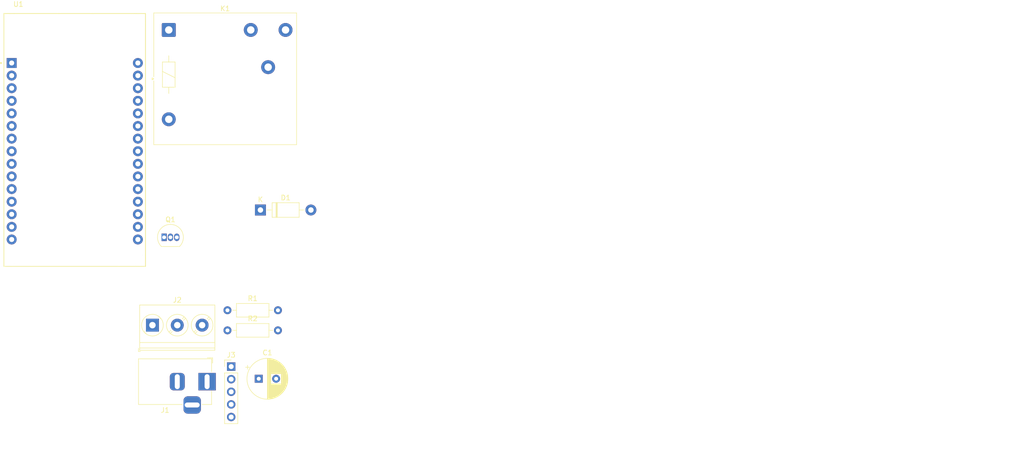
<source format=kicad_pcb>
(kicad_pcb (version 20240108) (generator "pcbnew") (generator_version "8.0")
  (layers (0 "F.Cu" signal) (31 "B.Cu" signal) (34 "B.Paste" user) (35 "F.Paste" user) (36 "B.SilkS" user "B.Silkscreen") (37 "F.SilkS" user "F.Silkscreen") (38 "B.Mask" user) (39 "F.Mask" user) (44 "Edge.Cuts" user))
  (net 0 "")
  (net 1 "+5V")
  (net 2 "Net-(D1-A)")
  (net 3 "RELAY_1_COM")
  (net 4 "RELAY_1_NC")
  (net 5 "RELAY_1_NO")
  (net 6 "Net-(Q1-B)")
  (net 7 "GND")
  (net 8 "/RTC_DAT")
  (net 9 "/RTC_CLK")
  (net 10 "/RELAY_1_IN")
  (footprint "Package_TO_SOT_THT:TO-92_Inline" (layer "F.Cu") (at 101.96 109.5)
    (property "Reference" "Q1" (at 1.27 -3.56 0) (layer "F.SilkS"))
    (property "Value" "BC547")
    (fp_line (start -0.53 1.85) (end 3.07 1.85) (stroke (width 0.12)) (layer "F.SilkS"))
    (fp_arc (start -0.568478 1.838478) (mid -1.132087 -0.994977) (end 1.27 -2.6) (stroke (width 0.12)) (layer "F.SilkS"))
    (fp_arc (start 1.27 -2.6) (mid 3.672087 -0.994977) (end 3.108478 1.838478) (stroke (width 0.12)) (layer "F.SilkS"))
    (pad "1" thru_hole rect (at 0 0) (size 1.05 1.5) (drill 0.75) (layers "*.Cu" "*.Mask") (net 2 "Net-(D1-A)"))
    (pad "2" thru_hole oval (at 1.27 0) (size 1.05 1.5) (drill 0.75) (layers "*.Cu" "*.Mask") (net 6 "Net-(Q1-B)"))
    (pad "3" thru_hole oval (at 2.54 0) (size 1.05 1.5) (drill 0.75) (layers "*.Cu" "*.Mask") (net 7 "GND"))
  )
  (footprint "Resistor_THT:R_Axial_DIN0207_L6.3mm_D2.5mm_P10.16mm_Horizontal" (layer "F.Cu") (at 114.705302 124.2)
    (property "Reference" "R1" (at 5.08 -2.37 0) (layer "F.SilkS"))
    (property "Value" "R")
    (fp_line (start 1.04 0) (end 1.81 0) (stroke (width 0.12)) (layer "F.SilkS"))
    (fp_line (start 1.81 -1.37) (end 1.81 1.37) (stroke (width 0.12)) (layer "F.SilkS"))
    (fp_line (start 1.81 1.37) (end 8.35 1.37) (stroke (width 0.12)) (layer "F.SilkS"))
    (fp_line (start 8.35 -1.37) (end 1.81 -1.37) (stroke (width 0.12)) (layer "F.SilkS"))
    (fp_line (start 8.35 1.37) (end 8.35 -1.37) (stroke (width 0.12)) (layer "F.SilkS"))
    (fp_line (start 9.12 0) (end 8.35 0) (stroke (width 0.12)) (layer "F.SilkS"))
    (pad "1" thru_hole circle (at 0 0) (size 1.6 1.6) (drill 0.8) (layers "*.Cu" "*.Mask") (net 6 "Net-(Q1-B)"))
    (pad "2" thru_hole oval (at 10.16 0) (size 1.6 1.6) (drill 0.8) (layers "*.Cu" "*.Mask") (net 7 "GND"))
  )
  (footprint "Connector_BarrelJack:BarrelJack_Horizontal" (layer "F.Cu") (at 110.605302 138.585)
    (property "Reference" "J1" (at -8.45 5.75 0) (layer "F.SilkS"))
    (property "Value" "Barrel_Jack_MountingPin")
    (fp_line (start -13.8 -4.6) (end 0.9 -4.6) (stroke (width 0.12)) (layer "F.SilkS"))
    (fp_line (start -13.8 4.6) (end -13.8 -4.6) (stroke (width 0.12)) (layer "F.SilkS"))
    (fp_line (start -5 4.6) (end -13.8 4.6) (stroke (width 0.12)) (layer "F.SilkS"))
    (fp_line (start 0.05 -4.8) (end 1.1 -4.8) (stroke (width 0.12)) (layer "F.SilkS"))
    (fp_line (start 0.9 -4.6) (end 0.9 -2) (stroke (width 0.12)) (layer "F.SilkS"))
    (fp_line (start 0.9 1.9) (end 0.9 4.6) (stroke (width 0.12)) (layer "F.SilkS"))
    (fp_line (start 0.9 4.6) (end -1 4.6) (stroke (width 0.12)) (layer "F.SilkS"))
    (fp_line (start 1.1 -3.75) (end 1.1 -4.8) (stroke (width 0.12)) (layer "F.SilkS"))
    (pad "1" thru_hole rect (at 0 0) (size 3.5 3.5) (drill oval 1 3) (layers "*.Cu" "*.Mask") (net 1 "+5V"))
    (pad "2" thru_hole roundrect (at -6 0) (size 3 3.5) (drill oval 1 3) (layers "*.Cu" "*.Mask") (net 7 "GND"))
    (pad "3" thru_hole roundrect (at -3 4.7) (size 3.5 3.5) (drill oval 3 1) (layers "*.Cu" "*.Mask"))
  )
  (footprint "Connector_PinHeader_2.54mm:PinHeader_1x05_P2.54mm_Vertical" (layer "F.Cu") (at 115.455302 135.55)
    (property "Reference" "J3" (at 0 -2.33 0) (layer "F.SilkS"))
    (property "Value" "Conn_01x04")
    (fp_line (start -1.33 -1.33) (end 0 -1.33) (stroke (width 0.12)) (layer "F.SilkS"))
    (fp_line (start -1.33 0) (end -1.33 -1.33) (stroke (width 0.12)) (layer "F.SilkS"))
    (fp_line (start -1.33 1.27) (end -1.33 11.49) (stroke (width 0.12)) (layer "F.SilkS"))
    (fp_line (start -1.33 1.27) (end 1.33 1.27) (stroke (width 0.12)) (layer "F.SilkS"))
    (fp_line (start -1.33 11.49) (end 1.33 11.49) (stroke (width 0.12)) (layer "F.SilkS"))
    (fp_line (start 1.33 1.27) (end 1.33 11.49) (stroke (width 0.12)) (layer "F.SilkS"))
    (pad "1" thru_hole rect (at 0 0) (size 1.7 1.7) (drill 1) (layers "*.Cu" "*.Mask") (net 1 "+5V"))
    (pad "2" thru_hole oval (at 0 2.54) (size 1.7 1.7) (drill 1) (layers "*.Cu" "*.Mask") (net 7 "GND"))
    (pad "3" thru_hole oval (at 0 5.08) (size 1.7 1.7) (drill 1) (layers "*.Cu" "*.Mask") (net 9 "/RTC_CLK"))
    (pad "4" thru_hole oval (at 0 7.62) (size 1.7 1.7) (drill 1) (layers "*.Cu" "*.Mask") (net 8 "/RTC_DAT"))
    (pad "5" thru_hole oval (at 0 10.16) (size 1.7 1.7) (drill 1) (layers "*.Cu" "*.Mask"))
  )
  (footprint "Resistor_THT:R_Axial_DIN0207_L6.3mm_D2.5mm_P10.16mm_Horizontal" (layer "F.Cu") (at 114.705302 128.25)
    (property "Reference" "R2" (at 5.08 -2.37 0) (layer "F.SilkS"))
    (property "Value" "R")
    (fp_line (start 1.04 0) (end 1.81 0) (stroke (width 0.12)) (layer "F.SilkS"))
    (fp_line (start 1.81 -1.37) (end 1.81 1.37) (stroke (width 0.12)) (layer "F.SilkS"))
    (fp_line (start 1.81 1.37) (end 8.35 1.37) (stroke (width 0.12)) (layer "F.SilkS"))
    (fp_line (start 8.35 -1.37) (end 1.81 -1.37) (stroke (width 0.12)) (layer "F.SilkS"))
    (fp_line (start 8.35 1.37) (end 8.35 -1.37) (stroke (width 0.12)) (layer "F.SilkS"))
    (fp_line (start 9.12 0) (end 8.35 0) (stroke (width 0.12)) (layer "F.SilkS"))
    (pad "1" thru_hole circle (at 0 0) (size 1.6 1.6) (drill 0.8) (layers "*.Cu" "*.Mask") (net 10 "/RELAY_1_IN"))
    (pad "2" thru_hole oval (at 10.16 0) (size 1.6 1.6) (drill 0.8) (layers "*.Cu" "*.Mask") (net 6 "Net-(Q1-B)"))
  )
  (footprint "Diode_THT:D_DO-41_SOD81_P10.16mm_Horizontal" (layer "F.Cu") (at 121.34 104)
    (property "Reference" "D1" (at 5.08 -2.47 0) (layer "F.SilkS"))
    (property "Value" "1N4007")
    (fp_line (start 1.34 0) (end 2.36 0) (stroke (width 0.12)) (layer "F.SilkS"))
    (fp_line (start 2.36 -1.47) (end 2.36 1.47) (stroke (width 0.12)) (layer "F.SilkS"))
    (fp_line (start 2.36 1.47) (end 7.8 1.47) (stroke (width 0.12)) (layer "F.SilkS"))
    (fp_line (start 3.14 -1.47) (end 3.14 1.47) (stroke (width 0.12)) (layer "F.SilkS"))
    (fp_line (start 3.26 -1.47) (end 3.26 1.47) (stroke (width 0.12)) (layer "F.SilkS"))
    (fp_line (start 3.38 -1.47) (end 3.38 1.47) (stroke (width 0.12)) (layer "F.SilkS"))
    (fp_line (start 7.8 -1.47) (end 2.36 -1.47) (stroke (width 0.12)) (layer "F.SilkS"))
    (fp_line (start 7.8 1.47) (end 7.8 -1.47) (stroke (width 0.12)) (layer "F.SilkS"))
    (fp_line (start 8.82 0) (end 7.8 0) (stroke (width 0.12)) (layer "F.SilkS"))
    (fp_text user "K" (at 0 -2.1 0) (layer "F.SilkS"))
    (pad "1" thru_hole rect (at 0 0) (size 2.2 2.2) (drill 1.1) (layers "*.Cu" "*.Mask") (net 1 "+5V"))
    (pad "2" thru_hole oval (at 10.16 0) (size 2.2 2.2) (drill 1.1) (layers "*.Cu" "*.Mask") (net 2 "Net-(D1-A)"))
  )
  (footprint "Capacitor_THT:CP_Radial_D8.0mm_P3.50mm" (layer "F.Cu") (at 121 138)
    (property "Reference" "C1" (at 1.75 -5.25 0) (layer "F.SilkS"))
    (property "Value" "C_Polarized_US")
    (fp_line (start -2.659698 -2.315) (end -1.859698 -2.315) (stroke (width 0.12)) (layer "F.SilkS"))
    (fp_line (start -2.259698 -2.715) (end -2.259698 -1.915) (stroke (width 0.12)) (layer "F.SilkS"))
    (fp_line (start 1.75 -4.08) (end 1.75 4.08) (stroke (width 0.12)) (layer "F.SilkS"))
    (fp_line (start 1.79 -4.08) (end 1.79 4.08) (stroke (width 0.12)) (layer "F.SilkS"))
    (fp_line (start 1.83 -4.08) (end 1.83 4.08) (stroke (width 0.12)) (layer "F.SilkS"))
    (fp_line (start 1.87 -4.079) (end 1.87 4.079) (stroke (width 0.12)) (layer "F.SilkS"))
    (fp_line (start 1.91 -4.077) (end 1.91 4.077) (stroke (width 0.12)) (layer "F.SilkS"))
    (fp_line (start 1.95 -4.076) (end 1.95 4.076) (stroke (width 0.12)) (layer "F.SilkS"))
    (fp_line (start 1.99 -4.074) (end 1.99 4.074) (stroke (width 0.12)) (layer "F.SilkS"))
    (fp_line (start 2.03 -4.071) (end 2.03 4.071) (stroke (width 0.12)) (layer "F.SilkS"))
    (fp_line (start 2.07 -4.068) (end 2.07 4.068) (stroke (width 0.12)) (layer "F.SilkS"))
    (fp_line (start 2.11 -4.065) (end 2.11 4.065) (stroke (width 0.12)) (layer "F.SilkS"))
    (fp_line (start 2.15 -4.061) (end 2.15 4.061) (stroke (width 0.12)) (layer "F.SilkS"))
    (fp_line (start 2.19 -4.057) (end 2.19 4.057) (stroke (width 0.12)) (layer "F.SilkS"))
    (fp_line (start 2.23 -4.052) (end 2.23 4.052) (stroke (width 0.12)) (layer "F.SilkS"))
    (fp_line (start 2.27 -4.048) (end 2.27 4.048) (stroke (width 0.12)) (layer "F.SilkS"))
    (fp_line (start 2.31 -4.042) (end 2.31 4.042) (stroke (width 0.12)) (layer "F.SilkS"))
    (fp_line (start 2.35 -4.037) (end 2.35 4.037) (stroke (width 0.12)) (layer "F.SilkS"))
    (fp_line (start 2.39 -4.03) (end 2.39 4.03) (stroke (width 0.12)) (layer "F.SilkS"))
    (fp_line (start 2.43 -4.024) (end 2.43 4.024) (stroke (width 0.12)) (layer "F.SilkS"))
    (fp_line (start 2.471 -4.017) (end 2.471 -1.04) (stroke (width 0.12)) (layer "F.SilkS"))
    (fp_line (start 2.471 1.04) (end 2.471 4.017) (stroke (width 0.12)) (layer "F.SilkS"))
    (fp_line (start 2.511 -4.01) (end 2.511 -1.04) (stroke (width 0.12)) (layer "F.SilkS"))
    (fp_line (start 2.511 1.04) (end 2.511 4.01) (stroke (width 0.12)) (layer "F.SilkS"))
    (fp_line (start 2.551 -4.002) (end 2.551 -1.04) (stroke (width 0.12)) (layer "F.SilkS"))
    (fp_line (start 2.551 1.04) (end 2.551 4.002) (stroke (width 0.12)) (layer "F.SilkS"))
    (fp_line (start 2.591 -3.994) (end 2.591 -1.04) (stroke (width 0.12)) (layer "F.SilkS"))
    (fp_line (start 2.591 1.04) (end 2.591 3.994) (stroke (width 0.12)) (layer "F.SilkS"))
    (fp_line (start 2.631 -3.985) (end 2.631 -1.04) (stroke (width 0.12)) (layer "F.SilkS"))
    (fp_line (start 2.631 1.04) (end 2.631 3.985) (stroke (width 0.12)) (layer "F.SilkS"))
    (fp_line (start 2.671 -3.976) (end 2.671 -1.04) (stroke (width 0.12)) (layer "F.SilkS"))
    (fp_line (start 2.671 1.04) (end 2.671 3.976) (stroke (width 0.12)) (layer "F.SilkS"))
    (fp_line (start 2.711 -3.967) (end 2.711 -1.04) (stroke (width 0.12)) (layer "F.SilkS"))
    (fp_line (start 2.711 1.04) (end 2.711 3.967) (stroke (width 0.12)) (layer "F.SilkS"))
    (fp_line (start 2.751 -3.957) (end 2.751 -1.04) (stroke (width 0.12)) (layer "F.SilkS"))
    (fp_line (start 2.751 1.04) (end 2.751 3.957) (stroke (width 0.12)) (layer "F.SilkS"))
    (fp_line (start 2.791 -3.947) (end 2.791 -1.04) (stroke (width 0.12)) (layer "F.SilkS"))
    (fp_line (start 2.791 1.04) (end 2.791 3.947) (stroke (width 0.12)) (layer "F.SilkS"))
    (fp_line (start 2.831 -3.936) (end 2.831 -1.04) (stroke (width 0.12)) (layer "F.SilkS"))
    (fp_line (start 2.831 1.04) (end 2.831 3.936) (stroke (width 0.12)) (layer "F.SilkS"))
    (fp_line (start 2.871 -3.925) (end 2.871 -1.04) (stroke (width 0.12)) (layer "F.SilkS"))
    (fp_line (start 2.871 1.04) (end 2.871 3.925) (stroke (width 0.12)) (layer "F.SilkS"))
    (fp_line (start 2.911 -3.914) (end 2.911 -1.04) (stroke (width 0.12)) (layer "F.SilkS"))
    (fp_line (start 2.911 1.04) (end 2.911 3.914) (stroke (width 0.12)) (layer "F.SilkS"))
    (fp_line (start 2.951 -3.902) (end 2.951 -1.04) (stroke (width 0.12)) (layer "F.SilkS"))
    (fp_line (start 2.951 1.04) (end 2.951 3.902) (stroke (width 0.12)) (layer "F.SilkS"))
    (fp_line (start 2.991 -3.889) (end 2.991 -1.04) (stroke (width 0.12)) (layer "F.SilkS"))
    (fp_line (start 2.991 1.04) (end 2.991 3.889) (stroke (width 0.12)) (layer "F.SilkS"))
    (fp_line (start 3.031 -3.877) (end 3.031 -1.04) (stroke (width 0.12)) (layer "F.SilkS"))
    (fp_line (start 3.031 1.04) (end 3.031 3.877) (stroke (width 0.12)) (layer "F.SilkS"))
    (fp_line (start 3.071 -3.863) (end 3.071 -1.04) (stroke (width 0.12)) (layer "F.SilkS"))
    (fp_line (start 3.071 1.04) (end 3.071 3.863) (stroke (width 0.12)) (layer "F.SilkS"))
    (fp_line (start 3.111 -3.85) (end 3.111 -1.04) (stroke (width 0.12)) (layer "F.SilkS"))
    (fp_line (start 3.111 1.04) (end 3.111 3.85) (stroke (width 0.12)) (layer "F.SilkS"))
    (fp_line (start 3.151 -3.835) (end 3.151 -1.04) (stroke (width 0.12)) (layer "F.SilkS"))
    (fp_line (start 3.151 1.04) (end 3.151 3.835) (stroke (width 0.12)) (layer "F.SilkS"))
    (fp_line (start 3.191 -3.821) (end 3.191 -1.04) (stroke (width 0.12)) (layer "F.SilkS"))
    (fp_line (start 3.191 1.04) (end 3.191 3.821) (stroke (width 0.12)) (layer "F.SilkS"))
    (fp_line (start 3.231 -3.805) (end 3.231 -1.04) (stroke (width 0.12)) (layer "F.SilkS"))
    (fp_line (start 3.231 1.04) (end 3.231 3.805) (stroke (width 0.12)) (layer "F.SilkS"))
    (fp_line (start 3.271 -3.79) (end 3.271 -1.04) (stroke (width 0.12)) (layer "F.SilkS"))
    (fp_line (start 3.271 1.04) (end 3.271 3.79) (stroke (width 0.12)) (layer "F.SilkS"))
    (fp_line (start 3.311 -3.774) (end 3.311 -1.04) (stroke (width 0.12)) (layer "F.SilkS"))
    (fp_line (start 3.311 1.04) (end 3.311 3.774) (stroke (width 0.12)) (layer "F.SilkS"))
    (fp_line (start 3.351 -3.757) (end 3.351 -1.04) (stroke (width 0.12)) (layer "F.SilkS"))
    (fp_line (start 3.351 1.04) (end 3.351 3.757) (stroke (width 0.12)) (layer "F.SilkS"))
    (fp_line (start 3.391 -3.74) (end 3.391 -1.04) (stroke (width 0.12)) (layer "F.SilkS"))
    (fp_line (start 3.391 1.04) (end 3.391 3.74) (stroke (width 0.12)) (layer "F.SilkS"))
    (fp_line (start 3.431 -3.722) (end 3.431 -1.04) (stroke (width 0.12)) (layer "F.SilkS"))
    (fp_line (start 3.431 1.04) (end 3.431 3.722) (stroke (width 0.12)) (layer "F.SilkS"))
    (fp_line (start 3.471 -3.704) (end 3.471 -1.04) (stroke (width 0.12)) (layer "F.SilkS"))
    (fp_line (start 3.471 1.04) (end 3.471 3.704) (stroke (width 0.12)) (layer "F.SilkS"))
    (fp_line (start 3.511 -3.686) (end 3.511 -1.04) (stroke (width 0.12)) (layer "F.SilkS"))
    (fp_line (start 3.511 1.04) (end 3.511 3.686) (stroke (width 0.12)) (layer "F.SilkS"))
    (fp_line (start 3.551 -3.666) (end 3.551 -1.04) (stroke (width 0.12)) (layer "F.SilkS"))
    (fp_line (start 3.551 1.04) (end 3.551 3.666) (stroke (width 0.12)) (layer "F.SilkS"))
    (fp_line (start 3.591 -3.647) (end 3.591 -1.04) (stroke (width 0.12)) (layer "F.SilkS"))
    (fp_line (start 3.591 1.04) (end 3.591 3.647) (stroke (width 0.12)) (layer "F.SilkS"))
    (fp_line (start 3.631 -3.627) (end 3.631 -1.04) (stroke (width 0.12)) (layer "F.SilkS"))
    (fp_line (start 3.631 1.04) (end 3.631 3.627) (stroke (width 0.12)) (layer "F.SilkS"))
    (fp_line (start 3.671 -3.606) (end 3.671 -1.04) (stroke (width 0.12)) (layer "F.SilkS"))
    (fp_line (start 3.671 1.04) (end 3.671 3.606) (stroke (width 0.12)) (layer "F.SilkS"))
    (fp_line (start 3.711 -3.584) (end 3.711 -1.04) (stroke (width 0.12)) (layer "F.SilkS"))
    (fp_line (start 3.711 1.04) (end 3.711 3.584) (stroke (width 0.12)) (layer "F.SilkS"))
    (fp_line (start 3.751 -3.562) (end 3.751 -1.04) (stroke (width 0.12)) (layer "F.SilkS"))
    (fp_line (start 3.751 1.04) (end 3.751 3.562) (stroke (width 0.12)) (layer "F.SilkS"))
    (fp_line (start 3.791 -3.54) (end 3.791 -1.04) (stroke (width 0.12)) (layer "F.SilkS"))
    (fp_line (start 3.791 1.04) (end 3.791 3.54) (stroke (width 0.12)) (layer "F.SilkS"))
    (fp_line (start 3.831 -3.517) (end 3.831 -1.04) (stroke (width 0.12)) (layer "F.SilkS"))
    (fp_line (start 3.831 1.04) (end 3.831 3.517) (stroke (width 0.12)) (layer "F.SilkS"))
    (fp_line (start 3.871 -3.493) (end 3.871 -1.04) (stroke (width 0.12)) (layer "F.SilkS"))
    (fp_line (start 3.871 1.04) (end 3.871 3.493) (stroke (width 0.12)) (layer "F.SilkS"))
    (fp_line (start 3.911 -3.469) (end 3.911 -1.04) (stroke (width 0.12)) (layer "F.SilkS"))
    (fp_line (start 3.911 1.04) (end 3.911 3.469) (stroke (width 0.12)) (layer "F.SilkS"))
    (fp_line (start 3.951 -3.444) (end 3.951 -1.04) (stroke (width 0.12)) (layer "F.SilkS"))
    (fp_line (start 3.951 1.04) (end 3.951 3.444) (stroke (width 0.12)) (layer "F.SilkS"))
    (fp_line (start 3.991 -3.418) (end 3.991 -1.04) (stroke (width 0.12)) (layer "F.SilkS"))
    (fp_line (start 3.991 1.04) (end 3.991 3.418) (stroke (width 0.12)) (layer "F.SilkS"))
    (fp_line (start 4.031 -3.392) (end 4.031 -1.04) (stroke (width 0.12)) (layer "F.SilkS"))
    (fp_line (start 4.031 1.04) (end 4.031 3.392) (stroke (width 0.12)) (layer "F.SilkS"))
    (fp_line (start 4.071 -3.365) (end 4.071 -1.04) (stroke (width 0.12)) (layer "F.SilkS"))
    (fp_line (start 4.071 1.04) (end 4.071 3.365) (stroke (width 0.12)) (layer "F.SilkS"))
    (fp_line (start 4.111 -3.338) (end 4.111 -1.04) (stroke (width 0.12)) (layer "F.SilkS"))
    (fp_line (start 4.111 1.04) (end 4.111 3.338) (stroke (width 0.12)) (layer "F.SilkS"))
    (fp_line (start 4.151 -3.309) (end 4.151 -1.04) (stroke (width 0.12)) (layer "F.SilkS"))
    (fp_line (start 4.151 1.04) (end 4.151 3.309) (stroke (width 0.12)) (layer "F.SilkS"))
    (fp_line (start 4.191 -3.28) (end 4.191 -1.04) (stroke (width 0.12)) (layer "F.SilkS"))
    (fp_line (start 4.191 1.04) (end 4.191 3.28) (stroke (width 0.12)) (layer "F.SilkS"))
    (fp_line (start 4.231 -3.25) (end 4.231 -1.04) (stroke (width 0.12)) (layer "F.SilkS"))
    (fp_line (start 4.231 1.04) (end 4.231 3.25) (stroke (width 0.12)) (layer "F.SilkS"))
    (fp_line (start 4.271 -3.22) (end 4.271 -1.04) (stroke (width 0.12)) (layer "F.SilkS"))
    (fp_line (start 4.271 1.04) (end 4.271 3.22) (stroke (width 0.12)) (layer "F.SilkS"))
    (fp_line (start 4.311 -3.189) (end 4.311 -1.04) (stroke (width 0.12)) (layer "F.SilkS"))
    (fp_line (start 4.311 1.04) (end 4.311 3.189) (stroke (width 0.12)) (layer "F.SilkS"))
    (fp_line (start 4.351 -3.156) (end 4.351 -1.04) (stroke (width 0.12)) (layer "F.SilkS"))
    (fp_line (start 4.351 1.04) (end 4.351 3.156) (stroke (width 0.12)) (layer "F.SilkS"))
    (fp_line (start 4.391 -3.124) (end 4.391 -1.04) (stroke (width 0.12)) (layer "F.SilkS"))
    (fp_line (start 4.391 1.04) (end 4.391 3.124) (stroke (width 0.12)) (layer "F.SilkS"))
    (fp_line (start 4.431 -3.09) (end 4.431 -1.04) (stroke (width 0.12)) (layer "F.SilkS"))
    (fp_line (start 4.431 1.04) (end 4.431 3.09) (stroke (width 0.12)) (layer "F.SilkS"))
    (fp_line (start 4.471 -3.055) (end 4.471 -1.04) (stroke (width 0.12)) (layer "F.SilkS"))
    (fp_line (start 4.471 1.04) (end 4.471 3.055) (stroke (width 0.12)) (layer "F.SilkS"))
    (fp_line (start 4.511 -3.019) (end 4.511 -1.04) (stroke (width 0.12)) (layer "F.SilkS"))
    (fp_line (start 4.511 1.04) (end 4.511 3.019) (stroke (width 0.12)) (layer "F.SilkS"))
    (fp_line (start 4.551 -2.983) (end 4.551 2.983) (stroke (width 0.12)) (layer "F.SilkS"))
    (fp_line (start 4.591 -2.945) (end 4.591 2.945) (stroke (width 0.12)) (layer "F.SilkS"))
    (fp_line (start 4.631 -2.907) (end 4.631 2.907) (stroke (width 0.12)) (layer "F.SilkS"))
    (fp_line (start 4.671 -2.867) (end 4.671 2.867) (stroke (width 0.12)) (layer "F.SilkS"))
    (fp_line (start 4.711 -2.826) (end 4.711 2.826) (stroke (width 0.12)) (layer "F.SilkS"))
    (fp_line (start 4.751 -2.784) (end 4.751 2.784) (stroke (width 0.12)) (layer "F.SilkS"))
    (fp_line (start 4.791 -2.741) (end 4.791 2.741) (stroke (width 0.12)) (layer "F.SilkS"))
    (fp_line (start 4.831 -2.697) (end 4.831 2.697) (stroke (width 0.12)) (layer "F.SilkS"))
    (fp_line (start 4.871 -2.651) (end 4.871 2.651) (stroke (width 0.12)) (layer "F.SilkS"))
    (fp_line (start 4.911 -2.604) (end 4.911 2.604) (stroke (width 0.12)) (layer "F.SilkS"))
    (fp_line (start 4.951 -2.556) (end 4.951 2.556) (stroke (width 0.12)) (layer "F.SilkS"))
    (fp_line (start 4.991 -2.505) (end 4.991 2.505) (stroke (width 0.12)) (layer "F.SilkS"))
    (fp_line (start 5.031 -2.454) (end 5.031 2.454) (stroke (width 0.12)) (layer "F.SilkS"))
    (fp_line (start 5.071 -2.4) (end 5.071 2.4) (stroke (width 0.12)) (layer "F.SilkS"))
    (fp_line (start 5.111 -2.345) (end 5.111 2.345) (stroke (width 0.12)) (layer "F.SilkS"))
    (fp_line (start 5.151 -2.287) (end 5.151 2.287) (stroke (width 0.12)) (layer "F.SilkS"))
    (fp_line (start 5.191 -2.228) (end 5.191 2.228) (stroke (width 0.12)) (layer "F.SilkS"))
    (fp_line (start 5.231 -2.166) (end 5.231 2.166) (stroke (width 0.12)) (layer "F.SilkS"))
    (fp_line (start 5.271 -2.102) (end 5.271 2.102) (stroke (width 0.12)) (layer "F.SilkS"))
    (fp_line (start 5.311 -2.034) (end 5.311 2.034) (stroke (width 0.12)) (layer "F.SilkS"))
    (fp_line (start 5.351 -1.964) (end 5.351 1.964) (stroke (width 0.12)) (layer "F.SilkS"))
    (fp_line (start 5.391 -1.89) (end 5.391 1.89) (stroke (width 0.12)) (layer "F.SilkS"))
    (fp_line (start 5.431 -1.813) (end 5.431 1.813) (stroke (width 0.12)) (layer "F.SilkS"))
    (fp_line (start 5.471 -1.731) (end 5.471 1.731) (stroke (width 0.12)) (layer "F.SilkS"))
    (fp_line (start 5.511 -1.645) (end 5.511 1.645) (stroke (width 0.12)) (layer "F.SilkS"))
    (fp_line (start 5.551 -1.552) (end 5.551 1.552) (stroke (width 0.12)) (layer "F.SilkS"))
    (fp_line (start 5.591 -1.453) (end 5.591 1.453) (stroke (width 0.12)) (layer "F.SilkS"))
    (fp_line (start 5.631 -1.346) (end 5.631 1.346) (stroke (width 0.12)) (layer "F.SilkS"))
    (fp_line (start 5.671 -1.229) (end 5.671 1.229) (stroke (width 0.12)) (layer "F.SilkS"))
    (fp_line (start 5.711 -1.098) (end 5.711 1.098) (stroke (width 0.12)) (layer "F.SilkS"))
    (fp_line (start 5.751 -0.948) (end 5.751 0.948) (stroke (width 0.12)) (layer "F.SilkS"))
    (fp_line (start 5.791 -0.768) (end 5.791 0.768) (stroke (width 0.12)) (layer "F.SilkS"))
    (fp_line (start 5.831 -0.533) (end 5.831 0.533) (stroke (width 0.12)) (layer "F.SilkS"))
    (fp_circle (center 1.75 0) (end 5.87 0) (stroke (width 0.12)) (fill none) (layer "F.SilkS"))
    (pad "1" thru_hole rect (at 0 0) (size 1.6 1.6) (drill 0.8) (layers "*.Cu" "*.Mask") (net 1 "+5V"))
    (pad "2" thru_hole circle (at 3.5 0) (size 1.6 1.6) (drill 0.8) (layers "*.Cu" "*.Mask") (net 7 "GND"))
  )
  (footprint "customLibraries:ESP32_DEVKIT_V1" (layer "F.Cu") (at 83.975 89.895)
    (property "Reference" "U1" (at -11.355 -27.36 0) (layer "F.SilkS"))
    (property "Value" "ESP32_DEVKIT_V1")
    (fp_line (start -14.28 -25.475) (end -3.211 -25.475) (stroke (width 0.127)) (layer "F.SilkS"))
    (fp_line (start -14.28 -25.475) (end 14.23 -25.475) (stroke (width 0.127)) (layer "F.SilkS"))
    (fp_line (start -14.28 25.475) (end -14.28 -25.475) (stroke (width 0.127)) (layer "F.SilkS"))
    (fp_line (start -14.28 25.475) (end -14.28 -25.475) (stroke (width 0.127)) (layer "F.SilkS"))
    (fp_line (start -14.28 25.475) (end -8.91 25.475) (stroke (width 0.127)) (layer "F.SilkS"))
    (fp_line (start -8.91 25.475) (end 8.78 25.475) (stroke (width 0.127)) (layer "F.SilkS"))
    (fp_line (start -3.211 -25.475) (end 3.5 -25.475) (stroke (width 0.127)) (layer "F.SilkS"))
    (fp_line (start 3.5 -25.475) (end 14.23 -25.475) (stroke (width 0.127)) (layer "F.SilkS"))
    (fp_line (start 8.78 25.475) (end 14.23 25.475) (stroke (width 0.127)) (layer "F.SilkS"))
    (fp_line (start 14.23 -25.475) (end 14.23 25.475) (stroke (width 0.127)) (layer "F.SilkS"))
    (fp_line (start 14.23 -25.475) (end 14.23 25.475) (stroke (width 0.127)) (layer "F.SilkS"))
    (fp_line (start 14.23 25.475) (end -14.28 25.475) (stroke (width 0.127)) (layer "F.SilkS"))
    (fp_circle (center -14.85 -15.515) (end -14.75 -15.515) (stroke (width 0.2)) (fill none) (layer "F.SilkS"))
    (pad "" np_thru_hole circle (at -12.28 -23.475) (size 3 3) (drill 3) (layers "*.Cu" "*.Mask"))
    (pad "" np_thru_hole circle (at -12.28 23.475) (size 3 3) (drill 3) (layers "*.Cu" "*.Mask"))
    (pad "" np_thru_hole circle (at 12.23 -23.475) (size 3 3) (drill 3) (layers "*.Cu" "*.Mask"))
    (pad "" np_thru_hole circle (at 12.23 23.475) (size 3 3) (drill 3) (layers "*.Cu" "*.Mask"))
    (pad "1" thru_hole rect (at -12.7 -15.515) (size 2 2) (drill 1.02) (layers "*.Cu" "*.Mask"))
    (pad "2" thru_hole circle (at -12.7 -12.975) (size 2 2) (drill 1.02) (layers "*.Cu" "*.Mask") (net 7 "GND"))
    (pad "3" thru_hole circle (at -12.7 -10.435) (size 2 2) (drill 1.02) (layers "*.Cu" "*.Mask"))
    (pad "4" thru_hole circle (at -12.7 -7.895) (size 2 2) (drill 1.02) (layers "*.Cu" "*.Mask"))
    (pad "5" thru_hole circle (at -12.7 -5.355) (size 2 2) (drill 1.02) (layers "*.Cu" "*.Mask"))
    (pad "6" thru_hole circle (at -12.7 -2.815) (size 2 2) (drill 1.02) (layers "*.Cu" "*.Mask"))
    (pad "7" thru_hole circle (at -12.7 -0.275) (size 2 2) (drill 1.02) (layers "*.Cu" "*.Mask"))
    (pad "8" thru_hole circle (at -12.7 2.265) (size 2 2) (drill 1.02) (layers "*.Cu" "*.Mask"))
    (pad "9" thru_hole circle (at -12.7 4.805) (size 2 2) (drill 1.02) (layers "*.Cu" "*.Mask"))
    (pad "10" thru_hole circle (at -12.7 7.345) (size 2 2) (drill 1.02) (layers "*.Cu" "*.Mask"))
    (pad "11" thru_hole circle (at -12.7 9.885) (size 2 2) (drill 1.02) (layers "*.Cu" "*.Mask") (net 8 "/RTC_DAT"))
    (pad "12" thru_hole circle (at -12.7 12.425) (size 2 2) (drill 1.02) (layers "*.Cu" "*.Mask"))
    (pad "13" thru_hole circle (at -12.7 14.965) (size 2 2) (drill 1.02) (layers "*.Cu" "*.Mask"))
    (pad "14" thru_hole circle (at -12.7 17.505) (size 2 2) (drill 1.02) (layers "*.Cu" "*.Mask") (net 9 "/RTC_CLK"))
    (pad "15" thru_hole circle (at -12.7 20.045) (size 2 2) (drill 1.02) (layers "*.Cu" "*.Mask") (net 10 "/RELAY_1_IN"))
    (pad "16" thru_hole circle (at 12.7 20.045) (size 2 2) (drill 1.02) (layers "*.Cu" "*.Mask"))
    (pad "17" thru_hole circle (at 12.7 17.505) (size 2 2) (drill 1.02) (layers "*.Cu" "*.Mask"))
    (pad "18" thru_hole circle (at 12.7 14.965) (size 2 2) (drill 1.02) (layers "*.Cu" "*.Mask"))
    (pad "19" thru_hole circle (at 12.7 12.425) (size 2 2) (drill 1.02) (layers "*.Cu" "*.Mask"))
    (pad "20" thru_hole circle (at 12.7 9.885) (size 2 2) (drill 1.02) (layers "*.Cu" "*.Mask"))
    (pad "21" thru_hole circle (at 12.7 7.345) (size 2 2) (drill 1.02) (layers "*.Cu" "*.Mask"))
    (pad "22" thru_hole circle (at 12.7 4.805) (size 2 2) (drill 1.02) (layers "*.Cu" "*.Mask"))
    (pad "23" thru_hole circle (at 12.7 2.265) (size 2 2) (drill 1.02) (layers "*.Cu" "*.Mask"))
    (pad "24" thru_hole circle (at 12.7 -0.275) (size 2 2) (drill 1.02) (layers "*.Cu" "*.Mask"))
    (pad "25" thru_hole circle (at 12.7 -2.815) (size 2 2) (drill 1.02) (layers "*.Cu" "*.Mask"))
    (pad "26" thru_hole circle (at 12.7 -5.355) (size 2 2) (drill 1.02) (layers "*.Cu" "*.Mask"))
    (pad "27" thru_hole circle (at 12.7 -7.895) (size 2 2) (drill 1.02) (layers "*.Cu" "*.Mask"))
    (pad "28" thru_hole circle (at 12.7 -10.435) (size 2 2) (drill 1.02) (layers "*.Cu" "*.Mask"))
    (pad "29" thru_hole circle (at 12.7 -12.975) (size 2 2) (drill 1.02) (layers "*.Cu" "*.Mask") (net 7 "GND"))
    (pad "30" thru_hole circle (at 12.7 -15.515) (size 2 2) (drill 1.02) (layers "*.Cu" "*.Mask") (net 1 "+5V"))
  )
  (footprint "Relay_THT:Relay_SPDT_Finder_40.11" (layer "F.Cu") (at 102.894411 67.72)
    (property "Reference" "K1" (at 11.35 -4.3 0) (layer "F.SilkS"))
    (property "Value" "FINDER-40.11")
    (fp_line (start -3.02 -3.42) (end 25.72 -3.42) (stroke (width 0.12)) (layer "F.SilkS"))
    (fp_line (start -3.02 9.45) (end -3.02 -3.42) (stroke (width 0.12)) (layer "F.SilkS"))
    (fp_line (start -3.02 10.25) (end -3.02 23.12) (stroke (width 0.12)) (layer "F.SilkS"))
    (fp_line (start -1.27 6.46) (end 0 6.46) (stroke (width 0.12)) (layer "F.SilkS"))
    (fp_line (start -1.27 8.365) (end 1.27 9.635) (stroke (width 0.12)) (layer "F.SilkS"))
    (fp_line (start -1.27 11.54) (end -1.27 6.46) (stroke (width 0.12)) (layer "F.SilkS"))
    (fp_line (start 0 5.19) (end 0 6.46) (stroke (width 0.12)) (layer "F.SilkS"))
    (fp_line (start 0 6.46) (end 1.27 6.46) (stroke (width 0.12)) (layer "F.SilkS"))
    (fp_line (start 0 11.54) (end 0 12.81) (stroke (width 0.12)) (layer "F.SilkS"))
    (fp_line (start 1.27 6.46) (end 1.27 11.54) (stroke (width 0.12)) (layer "F.SilkS"))
    (fp_line (start 1.27 11.54) (end -1.27 11.54) (stroke (width 0.12)) (layer "F.SilkS"))
    (fp_line (start 25.72 -3.42) (end 25.72 23.12) (stroke (width 0.12)) (layer "F.SilkS"))
    (fp_line (start 25.72 23.12) (end -3.02 23.12) (stroke (width 0.12)) (layer "F.SilkS"))
    (fp_poly (pts (xy -3.02 9.85) (xy -3.359411 10.05) (xy -3.359411 9.65) (xy -3.02 9.85)) (stroke (width 0.12)) (fill solid) (layer "F.SilkS"))
    (pad "11" thru_hole circle (at 20 7.5) (size 2.8 2.8) (drill 1.5) (layers "*.Cu" "*.Mask") (net 3 "RELAY_1_COM"))
    (pad "12" thru_hole circle (at 16.5 0) (size 2.8 2.8) (drill 1.5) (layers "*.Cu" "*.Mask") (net 5 "RELAY_1_NO"))
    (pad "14" thru_hole circle (at 23.5 0) (size 2.8 2.8) (drill 1.5) (layers "*.Cu" "*.Mask") (net 4 "RELAY_1_NC"))
    (pad "A1" thru_hole roundrect (at 0 0) (size 2.8 2.8) (drill 1.5) (layers "*.Cu" "*.Mask") (roundrect_rratio 0.08928571429) (net 1 "+5V"))
    (pad "A2" thru_hole circle (at 0 18) (size 2.8 2.8) (drill 1.5) (layers "*.Cu" "*.Mask") (net 2 "Net-(D1-A)"))
  )
  (footprint "TerminalBlock_Phoenix:TerminalBlock_Phoenix_PT-1,5-3-5.0-H_1x03_P5.00mm_Horizontal" (layer "F.Cu") (at 99.605302 127.2)
    (property "Reference" "J2" (at 5 -5.06 0) (layer "F.SilkS"))
    (property "Value" "Screw_Terminal_01x03")
    (fp_line (start -2.8 4.66) (end -2.8 5.3) (stroke (width 0.12)) (layer "F.SilkS"))
    (fp_line (start -2.8 5.3) (end -2.4 5.3) (stroke (width 0.12)) (layer "F.SilkS"))
    (fp_line (start -2.56 -4.06) (end -2.56 5.06) (stroke (width 0.12)) (layer "F.SilkS"))
    (fp_line (start -2.56 -4.06) (end 12.56 -4.06) (stroke (width 0.12)) (layer "F.SilkS"))
    (fp_line (start -2.56 3.5) (end 12.56 3.5) (stroke (width 0.12)) (layer "F.SilkS"))
    (fp_line (start -2.56 4.6) (end 12.56 4.6) (stroke (width 0.12)) (layer "F.SilkS"))
    (fp_line (start -2.56 5.06) (end 12.56 5.06) (stroke (width 0.12)) (layer "F.SilkS"))
    (fp_line (start -1.548 1.281) (end -1.654 1.388) (stroke (width 0.12)) (layer "F.SilkS"))
    (fp_line (start -1.282 1.547) (end -1.388 1.654) (stroke (width 0.12)) (layer "F.SilkS"))
    (fp_line (start 1.388 -1.654) (end 1.281 -1.547) (stroke (width 0.12)) (layer "F.SilkS"))
    (fp_line (start 1.654 -1.388) (end 1.547 -1.281) (stroke (width 0.12)) (layer "F.SilkS"))
    (fp_line (start 3.742 0.992) (end 3.347 1.388) (stroke (width 0.12)) (layer "F.SilkS"))
    (fp_line (start 3.993 1.274) (end 3.613 1.654) (stroke (width 0.12)) (layer "F.SilkS"))
    (fp_line (start 6.388 -1.654) (end 6.008 -1.274) (stroke (width 0.12)) (layer "F.SilkS"))
    (fp_line (start 6.654 -1.388) (end 6.259 -0.992) (stroke (width 0.12)) (layer "F.SilkS"))
    (fp_line (start 8.742 0.992) (end 8.347 1.388) (stroke (width 0.12)) (layer "F.SilkS"))
    (fp_line (start 8.993 1.274) (end 8.613 1.654) (stroke (width 0.12)) (layer "F.SilkS"))
    (fp_line (start 11.388 -1.654) (end 11.008 -1.274) (stroke (width 0.12)) (layer "F.SilkS"))
    (fp_line (start 11.654 -1.388) (end 11.259 -0.992) (stroke (width 0.12)) (layer "F.SilkS"))
    (fp_line (start 12.56 -4.06) (end 12.56 5.06) (stroke (width 0.12)) (layer "F.SilkS"))
    (fp_circle (center 0 0) (end 2.18 0) (stroke (width 0.12)) (fill none) (layer "F.SilkS"))
    (fp_circle (center 5 0) (end 7.18 0) (stroke (width 0.12)) (fill none) (layer "F.SilkS"))
    (fp_circle (center 10 0) (end 12.18 0) (stroke (width 0.12)) (fill none) (layer "F.SilkS"))
    (pad "1" thru_hole rect (at 0 0) (size 2.6 2.6) (drill 1.3) (layers "*.Cu" "*.Mask") (net 5 "RELAY_1_NO"))
    (pad "2" thru_hole circle (at 5 0) (size 2.6 2.6) (drill 1.3) (layers "*.Cu" "*.Mask") (net 3 "RELAY_1_COM"))
    (pad "3" thru_hole circle (at 10 0) (size 2.6 2.6) (drill 1.3) (layers "*.Cu" "*.Mask") (net 4 "RELAY_1_NC"))
  )
)
</source>
